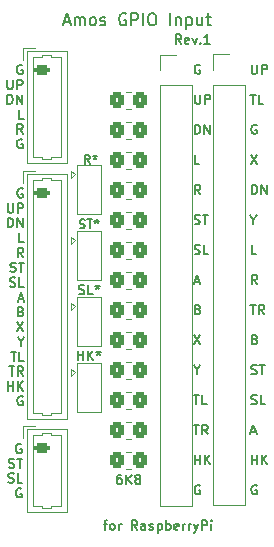
<source format=gbr>
%TF.GenerationSoftware,KiCad,Pcbnew,(6.0.10)*%
%TF.CreationDate,2023-02-08T01:16:55+09:00*%
%TF.ProjectId,rasp_gpio_input,72617370-5f67-4706-996f-5f696e707574,1*%
%TF.SameCoordinates,PX7baf2f0PY78dfd90*%
%TF.FileFunction,Legend,Top*%
%TF.FilePolarity,Positive*%
%FSLAX46Y46*%
G04 Gerber Fmt 4.6, Leading zero omitted, Abs format (unit mm)*
G04 Created by KiCad (PCBNEW (6.0.10)) date 2023-02-08 01:16:55*
%MOMM*%
%LPD*%
G01*
G04 APERTURE LIST*
G04 Aperture macros list*
%AMRoundRect*
0 Rectangle with rounded corners*
0 $1 Rounding radius*
0 $2 $3 $4 $5 $6 $7 $8 $9 X,Y pos of 4 corners*
0 Add a 4 corners polygon primitive as box body*
4,1,4,$2,$3,$4,$5,$6,$7,$8,$9,$2,$3,0*
0 Add four circle primitives for the rounded corners*
1,1,$1+$1,$2,$3*
1,1,$1+$1,$4,$5*
1,1,$1+$1,$6,$7*
1,1,$1+$1,$8,$9*
0 Add four rect primitives between the rounded corners*
20,1,$1+$1,$2,$3,$4,$5,0*
20,1,$1+$1,$4,$5,$6,$7,0*
20,1,$1+$1,$6,$7,$8,$9,0*
20,1,$1+$1,$8,$9,$2,$3,0*%
G04 Aperture macros list end*
%ADD10C,0.150000*%
%ADD11C,0.120000*%
%ADD12RoundRect,0.250000X-0.350000X-0.450000X0.350000X-0.450000X0.350000X0.450000X-0.350000X0.450000X0*%
%ADD13R,1.500000X1.000000*%
%ADD14R,1.700000X1.700000*%
%ADD15O,1.700000X1.700000*%
%ADD16RoundRect,0.200000X-0.450000X0.200000X-0.450000X-0.200000X0.450000X-0.200000X0.450000X0.200000X0*%
%ADD17O,1.300000X0.800000*%
G04 APERTURE END LIST*
D10*
X8700076Y2711429D02*
X9004838Y2711429D01*
X8814361Y2178096D02*
X8814361Y2863810D01*
X8852457Y2940000D01*
X8928647Y2978096D01*
X9004838Y2978096D01*
X9385790Y2178096D02*
X9309600Y2216191D01*
X9271504Y2254286D01*
X9233409Y2330477D01*
X9233409Y2559048D01*
X9271504Y2635239D01*
X9309600Y2673334D01*
X9385790Y2711429D01*
X9500076Y2711429D01*
X9576266Y2673334D01*
X9614361Y2635239D01*
X9652457Y2559048D01*
X9652457Y2330477D01*
X9614361Y2254286D01*
X9576266Y2216191D01*
X9500076Y2178096D01*
X9385790Y2178096D01*
X9995314Y2178096D02*
X9995314Y2711429D01*
X9995314Y2559048D02*
X10033409Y2635239D01*
X10071504Y2673334D01*
X10147695Y2711429D01*
X10223885Y2711429D01*
X11557219Y2178096D02*
X11290552Y2559048D01*
X11100076Y2178096D02*
X11100076Y2978096D01*
X11404838Y2978096D01*
X11481028Y2940000D01*
X11519123Y2901905D01*
X11557219Y2825715D01*
X11557219Y2711429D01*
X11519123Y2635239D01*
X11481028Y2597143D01*
X11404838Y2559048D01*
X11100076Y2559048D01*
X12242933Y2178096D02*
X12242933Y2597143D01*
X12204838Y2673334D01*
X12128647Y2711429D01*
X11976266Y2711429D01*
X11900076Y2673334D01*
X12242933Y2216191D02*
X12166742Y2178096D01*
X11976266Y2178096D01*
X11900076Y2216191D01*
X11861980Y2292381D01*
X11861980Y2368572D01*
X11900076Y2444762D01*
X11976266Y2482858D01*
X12166742Y2482858D01*
X12242933Y2520953D01*
X12585790Y2216191D02*
X12661980Y2178096D01*
X12814361Y2178096D01*
X12890552Y2216191D01*
X12928647Y2292381D01*
X12928647Y2330477D01*
X12890552Y2406667D01*
X12814361Y2444762D01*
X12700076Y2444762D01*
X12623885Y2482858D01*
X12585790Y2559048D01*
X12585790Y2597143D01*
X12623885Y2673334D01*
X12700076Y2711429D01*
X12814361Y2711429D01*
X12890552Y2673334D01*
X13271504Y2711429D02*
X13271504Y1911429D01*
X13271504Y2673334D02*
X13347695Y2711429D01*
X13500076Y2711429D01*
X13576266Y2673334D01*
X13614361Y2635239D01*
X13652457Y2559048D01*
X13652457Y2330477D01*
X13614361Y2254286D01*
X13576266Y2216191D01*
X13500076Y2178096D01*
X13347695Y2178096D01*
X13271504Y2216191D01*
X13995314Y2178096D02*
X13995314Y2978096D01*
X13995314Y2673334D02*
X14071504Y2711429D01*
X14223885Y2711429D01*
X14300076Y2673334D01*
X14338171Y2635239D01*
X14376266Y2559048D01*
X14376266Y2330477D01*
X14338171Y2254286D01*
X14300076Y2216191D01*
X14223885Y2178096D01*
X14071504Y2178096D01*
X13995314Y2216191D01*
X15023885Y2216191D02*
X14947695Y2178096D01*
X14795314Y2178096D01*
X14719123Y2216191D01*
X14681028Y2292381D01*
X14681028Y2597143D01*
X14719123Y2673334D01*
X14795314Y2711429D01*
X14947695Y2711429D01*
X15023885Y2673334D01*
X15061980Y2597143D01*
X15061980Y2520953D01*
X14681028Y2444762D01*
X15404838Y2178096D02*
X15404838Y2711429D01*
X15404838Y2559048D02*
X15442933Y2635239D01*
X15481028Y2673334D01*
X15557219Y2711429D01*
X15633409Y2711429D01*
X15900076Y2178096D02*
X15900076Y2711429D01*
X15900076Y2559048D02*
X15938171Y2635239D01*
X15976266Y2673334D01*
X16052457Y2711429D01*
X16128647Y2711429D01*
X16319123Y2711429D02*
X16509600Y2178096D01*
X16700076Y2711429D02*
X16509600Y2178096D01*
X16433409Y1987620D01*
X16395314Y1949524D01*
X16319123Y1911429D01*
X17004838Y2178096D02*
X17004838Y2978096D01*
X17309600Y2978096D01*
X17385790Y2940000D01*
X17423885Y2901905D01*
X17461980Y2825715D01*
X17461980Y2711429D01*
X17423885Y2635239D01*
X17385790Y2597143D01*
X17309600Y2559048D01*
X17004838Y2559048D01*
X17804838Y2178096D02*
X17804838Y2711429D01*
X17804838Y2978096D02*
X17766742Y2940000D01*
X17804838Y2901905D01*
X17842933Y2940000D01*
X17804838Y2978096D01*
X17804838Y2901905D01*
X15259171Y43326096D02*
X14992504Y43707048D01*
X14802028Y43326096D02*
X14802028Y44126096D01*
X15106790Y44126096D01*
X15182980Y44088000D01*
X15221076Y44049905D01*
X15259171Y43973715D01*
X15259171Y43859429D01*
X15221076Y43783239D01*
X15182980Y43745143D01*
X15106790Y43707048D01*
X14802028Y43707048D01*
X15906790Y43364191D02*
X15830600Y43326096D01*
X15678219Y43326096D01*
X15602028Y43364191D01*
X15563933Y43440381D01*
X15563933Y43745143D01*
X15602028Y43821334D01*
X15678219Y43859429D01*
X15830600Y43859429D01*
X15906790Y43821334D01*
X15944885Y43745143D01*
X15944885Y43668953D01*
X15563933Y43592762D01*
X16211552Y43859429D02*
X16402028Y43326096D01*
X16592504Y43859429D01*
X16897266Y43402286D02*
X16935361Y43364191D01*
X16897266Y43326096D01*
X16859171Y43364191D01*
X16897266Y43402286D01*
X16897266Y43326096D01*
X17697266Y43326096D02*
X17240123Y43326096D01*
X17468695Y43326096D02*
X17468695Y44126096D01*
X17392504Y44011810D01*
X17316314Y43935620D01*
X17240123Y43897524D01*
X5339533Y45197734D02*
X5815723Y45197734D01*
X5244295Y44912020D02*
X5577628Y45912020D01*
X5910961Y44912020D01*
X6244295Y44912020D02*
X6244295Y45578686D01*
X6244295Y45483448D02*
X6291914Y45531067D01*
X6387152Y45578686D01*
X6530009Y45578686D01*
X6625247Y45531067D01*
X6672866Y45435829D01*
X6672866Y44912020D01*
X6672866Y45435829D02*
X6720485Y45531067D01*
X6815723Y45578686D01*
X6958580Y45578686D01*
X7053819Y45531067D01*
X7101438Y45435829D01*
X7101438Y44912020D01*
X7720485Y44912020D02*
X7625247Y44959639D01*
X7577628Y45007258D01*
X7530009Y45102496D01*
X7530009Y45388210D01*
X7577628Y45483448D01*
X7625247Y45531067D01*
X7720485Y45578686D01*
X7863342Y45578686D01*
X7958580Y45531067D01*
X8006200Y45483448D01*
X8053819Y45388210D01*
X8053819Y45102496D01*
X8006200Y45007258D01*
X7958580Y44959639D01*
X7863342Y44912020D01*
X7720485Y44912020D01*
X8434771Y44959639D02*
X8530009Y44912020D01*
X8720485Y44912020D01*
X8815723Y44959639D01*
X8863342Y45054877D01*
X8863342Y45102496D01*
X8815723Y45197734D01*
X8720485Y45245353D01*
X8577628Y45245353D01*
X8482390Y45292972D01*
X8434771Y45388210D01*
X8434771Y45435829D01*
X8482390Y45531067D01*
X8577628Y45578686D01*
X8720485Y45578686D01*
X8815723Y45531067D01*
X10577628Y45864400D02*
X10482390Y45912020D01*
X10339533Y45912020D01*
X10196676Y45864400D01*
X10101438Y45769162D01*
X10053819Y45673924D01*
X10006200Y45483448D01*
X10006200Y45340591D01*
X10053819Y45150115D01*
X10101438Y45054877D01*
X10196676Y44959639D01*
X10339533Y44912020D01*
X10434771Y44912020D01*
X10577628Y44959639D01*
X10625247Y45007258D01*
X10625247Y45340591D01*
X10434771Y45340591D01*
X11053819Y44912020D02*
X11053819Y45912020D01*
X11434771Y45912020D01*
X11530009Y45864400D01*
X11577628Y45816781D01*
X11625247Y45721543D01*
X11625247Y45578686D01*
X11577628Y45483448D01*
X11530009Y45435829D01*
X11434771Y45388210D01*
X11053819Y45388210D01*
X12053819Y44912020D02*
X12053819Y45912020D01*
X12720485Y45912020D02*
X12910961Y45912020D01*
X13006200Y45864400D01*
X13101438Y45769162D01*
X13149057Y45578686D01*
X13149057Y45245353D01*
X13101438Y45054877D01*
X13006200Y44959639D01*
X12910961Y44912020D01*
X12720485Y44912020D01*
X12625247Y44959639D01*
X12530009Y45054877D01*
X12482390Y45245353D01*
X12482390Y45578686D01*
X12530009Y45769162D01*
X12625247Y45864400D01*
X12720485Y45912020D01*
X14339533Y44912020D02*
X14339533Y45912020D01*
X14815723Y45578686D02*
X14815723Y44912020D01*
X14815723Y45483448D02*
X14863342Y45531067D01*
X14958580Y45578686D01*
X15101438Y45578686D01*
X15196676Y45531067D01*
X15244295Y45435829D01*
X15244295Y44912020D01*
X15720485Y45578686D02*
X15720485Y44578686D01*
X15720485Y45531067D02*
X15815723Y45578686D01*
X16006200Y45578686D01*
X16101438Y45531067D01*
X16149057Y45483448D01*
X16196676Y45388210D01*
X16196676Y45102496D01*
X16149057Y45007258D01*
X16101438Y44959639D01*
X16006200Y44912020D01*
X15815723Y44912020D01*
X15720485Y44959639D01*
X17053819Y45578686D02*
X17053819Y44912020D01*
X16625247Y45578686D02*
X16625247Y45054877D01*
X16672866Y44959639D01*
X16768104Y44912020D01*
X16910961Y44912020D01*
X17006200Y44959639D01*
X17053819Y45007258D01*
X17387152Y45578686D02*
X17768104Y45578686D01*
X17530009Y45912020D02*
X17530009Y45054877D01*
X17577628Y44959639D01*
X17672866Y44912020D01*
X17768104Y44912020D01*
X1820223Y41502500D02*
X1744033Y41539643D01*
X1629747Y41539643D01*
X1515461Y41502500D01*
X1439271Y41428215D01*
X1401176Y41353929D01*
X1363080Y41205358D01*
X1363080Y41093929D01*
X1401176Y40945358D01*
X1439271Y40871072D01*
X1515461Y40796786D01*
X1629747Y40759643D01*
X1705938Y40759643D01*
X1820223Y40796786D01*
X1858319Y40833929D01*
X1858319Y41093929D01*
X1705938Y41093929D01*
X563080Y40283843D02*
X563080Y39652415D01*
X601176Y39578129D01*
X639271Y39540986D01*
X715461Y39503843D01*
X867842Y39503843D01*
X944033Y39540986D01*
X982128Y39578129D01*
X1020223Y39652415D01*
X1020223Y40283843D01*
X1401176Y39503843D02*
X1401176Y40283843D01*
X1705938Y40283843D01*
X1782128Y40246700D01*
X1820223Y40209558D01*
X1858319Y40135272D01*
X1858319Y40023843D01*
X1820223Y39949558D01*
X1782128Y39912415D01*
X1705938Y39875272D01*
X1401176Y39875272D01*
X563080Y38248043D02*
X563080Y39028043D01*
X753557Y39028043D01*
X867842Y38990900D01*
X944033Y38916615D01*
X982128Y38842329D01*
X1020223Y38693758D01*
X1020223Y38582329D01*
X982128Y38433758D01*
X944033Y38359472D01*
X867842Y38285186D01*
X753557Y38248043D01*
X563080Y38248043D01*
X1363080Y38248043D02*
X1363080Y39028043D01*
X1820223Y38248043D01*
X1820223Y39028043D01*
X1934509Y36992243D02*
X1553557Y36992243D01*
X1553557Y37772243D01*
X1858319Y35736443D02*
X1591652Y36107872D01*
X1401176Y35736443D02*
X1401176Y36516443D01*
X1705938Y36516443D01*
X1782128Y36479300D01*
X1820223Y36442158D01*
X1858319Y36367872D01*
X1858319Y36256443D01*
X1820223Y36182158D01*
X1782128Y36145015D01*
X1705938Y36107872D01*
X1401176Y36107872D01*
X1820223Y35223500D02*
X1744033Y35260643D01*
X1629747Y35260643D01*
X1515461Y35223500D01*
X1439271Y35149215D01*
X1401176Y35074929D01*
X1363080Y34926358D01*
X1363080Y34814929D01*
X1401176Y34666358D01*
X1439271Y34592072D01*
X1515461Y34517786D01*
X1629747Y34480643D01*
X1705938Y34480643D01*
X1820223Y34517786D01*
X1858319Y34554929D01*
X1858319Y34814929D01*
X1705938Y34814929D01*
X1718623Y9436500D02*
X1642433Y9473643D01*
X1528147Y9473643D01*
X1413861Y9436500D01*
X1337671Y9362215D01*
X1299576Y9287929D01*
X1261480Y9139358D01*
X1261480Y9027929D01*
X1299576Y8879358D01*
X1337671Y8805072D01*
X1413861Y8730786D01*
X1528147Y8693643D01*
X1604338Y8693643D01*
X1718623Y8730786D01*
X1756719Y8767929D01*
X1756719Y9027929D01*
X1604338Y9027929D01*
X690052Y7474986D02*
X804338Y7437843D01*
X994814Y7437843D01*
X1071004Y7474986D01*
X1109100Y7512129D01*
X1147195Y7586415D01*
X1147195Y7660700D01*
X1109100Y7734986D01*
X1071004Y7772129D01*
X994814Y7809272D01*
X842433Y7846415D01*
X766242Y7883558D01*
X728147Y7920700D01*
X690052Y7994986D01*
X690052Y8069272D01*
X728147Y8143558D01*
X766242Y8180700D01*
X842433Y8217843D01*
X1032909Y8217843D01*
X1147195Y8180700D01*
X1375766Y8217843D02*
X1832909Y8217843D01*
X1604338Y7437843D02*
X1604338Y8217843D01*
X651957Y6219186D02*
X766242Y6182043D01*
X956719Y6182043D01*
X1032909Y6219186D01*
X1071004Y6256329D01*
X1109100Y6330615D01*
X1109100Y6404900D01*
X1071004Y6479186D01*
X1032909Y6516329D01*
X956719Y6553472D01*
X804338Y6590615D01*
X728147Y6627758D01*
X690052Y6664900D01*
X651957Y6739186D01*
X651957Y6813472D01*
X690052Y6887758D01*
X728147Y6924900D01*
X804338Y6962043D01*
X994814Y6962043D01*
X1109100Y6924900D01*
X1832909Y6182043D02*
X1451957Y6182043D01*
X1451957Y6962043D01*
X1718623Y5669100D02*
X1642433Y5706243D01*
X1528147Y5706243D01*
X1413861Y5669100D01*
X1337671Y5594815D01*
X1299576Y5520529D01*
X1261480Y5371958D01*
X1261480Y5260529D01*
X1299576Y5111958D01*
X1337671Y5037672D01*
X1413861Y4963386D01*
X1528147Y4926243D01*
X1604338Y4926243D01*
X1718623Y4963386D01*
X1756719Y5000529D01*
X1756719Y5260529D01*
X1604338Y5260529D01*
X1845623Y31050000D02*
X1769433Y31087143D01*
X1655147Y31087143D01*
X1540861Y31050000D01*
X1464671Y30975715D01*
X1426576Y30901429D01*
X1388480Y30752858D01*
X1388480Y30641429D01*
X1426576Y30492858D01*
X1464671Y30418572D01*
X1540861Y30344286D01*
X1655147Y30307143D01*
X1731338Y30307143D01*
X1845623Y30344286D01*
X1883719Y30381429D01*
X1883719Y30641429D01*
X1731338Y30641429D01*
X588480Y29831343D02*
X588480Y29199915D01*
X626576Y29125629D01*
X664671Y29088486D01*
X740861Y29051343D01*
X893242Y29051343D01*
X969433Y29088486D01*
X1007528Y29125629D01*
X1045623Y29199915D01*
X1045623Y29831343D01*
X1426576Y29051343D02*
X1426576Y29831343D01*
X1731338Y29831343D01*
X1807528Y29794200D01*
X1845623Y29757058D01*
X1883719Y29682772D01*
X1883719Y29571343D01*
X1845623Y29497058D01*
X1807528Y29459915D01*
X1731338Y29422772D01*
X1426576Y29422772D01*
X588480Y27795543D02*
X588480Y28575543D01*
X778957Y28575543D01*
X893242Y28538400D01*
X969433Y28464115D01*
X1007528Y28389829D01*
X1045623Y28241258D01*
X1045623Y28129829D01*
X1007528Y27981258D01*
X969433Y27906972D01*
X893242Y27832686D01*
X778957Y27795543D01*
X588480Y27795543D01*
X1388480Y27795543D02*
X1388480Y28575543D01*
X1845623Y27795543D01*
X1845623Y28575543D01*
X1959909Y26539743D02*
X1578957Y26539743D01*
X1578957Y27319743D01*
X1883719Y25283943D02*
X1617052Y25655372D01*
X1426576Y25283943D02*
X1426576Y26063943D01*
X1731338Y26063943D01*
X1807528Y26026800D01*
X1845623Y25989658D01*
X1883719Y25915372D01*
X1883719Y25803943D01*
X1845623Y25729658D01*
X1807528Y25692515D01*
X1731338Y25655372D01*
X1426576Y25655372D01*
X817052Y24065286D02*
X931338Y24028143D01*
X1121814Y24028143D01*
X1198004Y24065286D01*
X1236100Y24102429D01*
X1274195Y24176715D01*
X1274195Y24251000D01*
X1236100Y24325286D01*
X1198004Y24362429D01*
X1121814Y24399572D01*
X969433Y24436715D01*
X893242Y24473858D01*
X855147Y24511000D01*
X817052Y24585286D01*
X817052Y24659572D01*
X855147Y24733858D01*
X893242Y24771000D01*
X969433Y24808143D01*
X1159909Y24808143D01*
X1274195Y24771000D01*
X1502766Y24808143D02*
X1959909Y24808143D01*
X1731338Y24028143D02*
X1731338Y24808143D01*
X778957Y22809486D02*
X893242Y22772343D01*
X1083719Y22772343D01*
X1159909Y22809486D01*
X1198004Y22846629D01*
X1236100Y22920915D01*
X1236100Y22995200D01*
X1198004Y23069486D01*
X1159909Y23106629D01*
X1083719Y23143772D01*
X931338Y23180915D01*
X855147Y23218058D01*
X817052Y23255200D01*
X778957Y23329486D01*
X778957Y23403772D01*
X817052Y23478058D01*
X855147Y23515200D01*
X931338Y23552343D01*
X1121814Y23552343D01*
X1236100Y23515200D01*
X1959909Y22772343D02*
X1578957Y22772343D01*
X1578957Y23552343D01*
X1502766Y21739400D02*
X1883719Y21739400D01*
X1426576Y21516543D02*
X1693242Y22296543D01*
X1959909Y21516543D01*
X1693242Y20669315D02*
X1807528Y20632172D01*
X1845623Y20595029D01*
X1883719Y20520743D01*
X1883719Y20409315D01*
X1845623Y20335029D01*
X1807528Y20297886D01*
X1731338Y20260743D01*
X1426576Y20260743D01*
X1426576Y21040743D01*
X1693242Y21040743D01*
X1769433Y21003600D01*
X1807528Y20966458D01*
X1845623Y20892172D01*
X1845623Y20817886D01*
X1807528Y20743600D01*
X1769433Y20706458D01*
X1693242Y20669315D01*
X1426576Y20669315D01*
X1388480Y19784943D02*
X1921814Y19004943D01*
X1921814Y19784943D02*
X1388480Y19004943D01*
X1693242Y18120572D02*
X1693242Y17749143D01*
X1426576Y18529143D02*
X1693242Y18120572D01*
X1959909Y18529143D01*
X855147Y17273343D02*
X1312290Y17273343D01*
X1083719Y16493343D02*
X1083719Y17273343D01*
X1959909Y16493343D02*
X1578957Y16493343D01*
X1578957Y17273343D01*
X702766Y16017543D02*
X1159909Y16017543D01*
X931338Y15237543D02*
X931338Y16017543D01*
X1883719Y15237543D02*
X1617052Y15608972D01*
X1426576Y15237543D02*
X1426576Y16017543D01*
X1731338Y16017543D01*
X1807528Y15980400D01*
X1845623Y15943258D01*
X1883719Y15868972D01*
X1883719Y15757543D01*
X1845623Y15683258D01*
X1807528Y15646115D01*
X1731338Y15608972D01*
X1426576Y15608972D01*
X588480Y13981743D02*
X588480Y14761743D01*
X588480Y14390315D02*
X1045623Y14390315D01*
X1045623Y13981743D02*
X1045623Y14761743D01*
X1426576Y13981743D02*
X1426576Y14761743D01*
X1883719Y13981743D02*
X1540861Y14427458D01*
X1883719Y14761743D02*
X1426576Y14316029D01*
X1845623Y13468800D02*
X1769433Y13505943D01*
X1655147Y13505943D01*
X1540861Y13468800D01*
X1464671Y13394515D01*
X1426576Y13320229D01*
X1388480Y13171658D01*
X1388480Y13060229D01*
X1426576Y12911658D01*
X1464671Y12837372D01*
X1540861Y12763086D01*
X1655147Y12725943D01*
X1731338Y12725943D01*
X1845623Y12763086D01*
X1883719Y12800229D01*
X1883719Y13060229D01*
X1731338Y13060229D01*
X6534266Y16529096D02*
X6534266Y17329096D01*
X6534266Y16948143D02*
X6991409Y16948143D01*
X6991409Y16529096D02*
X6991409Y17329096D01*
X7372361Y16529096D02*
X7372361Y17329096D01*
X7829504Y16529096D02*
X7486647Y16986239D01*
X7829504Y17329096D02*
X7372361Y16871953D01*
X8286647Y17329096D02*
X8286647Y17138620D01*
X8096171Y17214810D02*
X8286647Y17138620D01*
X8477123Y17214810D01*
X8172361Y16986239D02*
X8286647Y17138620D01*
X8400933Y16986239D01*
X6610457Y22155191D02*
X6724742Y22117096D01*
X6915219Y22117096D01*
X6991409Y22155191D01*
X7029504Y22193286D01*
X7067600Y22269477D01*
X7067600Y22345667D01*
X7029504Y22421858D01*
X6991409Y22459953D01*
X6915219Y22498048D01*
X6762838Y22536143D01*
X6686647Y22574239D01*
X6648552Y22612334D01*
X6610457Y22688524D01*
X6610457Y22764715D01*
X6648552Y22840905D01*
X6686647Y22879000D01*
X6762838Y22917096D01*
X6953314Y22917096D01*
X7067600Y22879000D01*
X7791409Y22117096D02*
X7410457Y22117096D01*
X7410457Y22917096D01*
X8172361Y22917096D02*
X8172361Y22726620D01*
X7981885Y22802810D02*
X8172361Y22726620D01*
X8362838Y22802810D01*
X8058076Y22574239D02*
X8172361Y22726620D01*
X8286647Y22574239D01*
X6681885Y27763429D02*
X6789028Y27727715D01*
X6967600Y27727715D01*
X7039028Y27763429D01*
X7074742Y27799143D01*
X7110457Y27870572D01*
X7110457Y27942000D01*
X7074742Y28013429D01*
X7039028Y28049143D01*
X6967600Y28084858D01*
X6824742Y28120572D01*
X6753314Y28156286D01*
X6717600Y28192000D01*
X6681885Y28263429D01*
X6681885Y28334858D01*
X6717600Y28406286D01*
X6753314Y28442000D01*
X6824742Y28477715D01*
X7003314Y28477715D01*
X7110457Y28442000D01*
X7324742Y28477715D02*
X7753314Y28477715D01*
X7539028Y27727715D02*
X7539028Y28477715D01*
X8110457Y28477715D02*
X8110457Y28299143D01*
X7931885Y28370572D02*
X8110457Y28299143D01*
X8289028Y28370572D01*
X8003314Y28156286D02*
X8110457Y28299143D01*
X8217600Y28156286D01*
X7541028Y33188715D02*
X7291028Y33545858D01*
X7112457Y33188715D02*
X7112457Y33938715D01*
X7398171Y33938715D01*
X7469600Y33903000D01*
X7505314Y33867286D01*
X7541028Y33795858D01*
X7541028Y33688715D01*
X7505314Y33617286D01*
X7469600Y33581572D01*
X7398171Y33545858D01*
X7112457Y33545858D01*
X7969600Y33938715D02*
X7969600Y33760143D01*
X7791028Y33831572D02*
X7969600Y33760143D01*
X8148171Y33831572D01*
X7862457Y33617286D02*
X7969600Y33760143D01*
X8076742Y33617286D01*
X21242976Y41581820D02*
X21242976Y40942296D01*
X21281071Y40867058D01*
X21319166Y40829439D01*
X21395357Y40791820D01*
X21547738Y40791820D01*
X21623928Y40829439D01*
X21662023Y40867058D01*
X21700119Y40942296D01*
X21700119Y41581820D01*
X22081071Y40791820D02*
X22081071Y41581820D01*
X22385833Y41581820D01*
X22462023Y41544200D01*
X22500119Y41506581D01*
X22538214Y41431343D01*
X22538214Y41318486D01*
X22500119Y41243248D01*
X22462023Y41205629D01*
X22385833Y41168010D01*
X22081071Y41168010D01*
X21128690Y39038020D02*
X21585833Y39038020D01*
X21357261Y38248020D02*
X21357261Y39038020D01*
X22233452Y38248020D02*
X21852500Y38248020D01*
X21852500Y39038020D01*
X21662023Y36456600D02*
X21585833Y36494220D01*
X21471547Y36494220D01*
X21357261Y36456600D01*
X21281071Y36381362D01*
X21242976Y36306124D01*
X21204880Y36155648D01*
X21204880Y36042791D01*
X21242976Y35892315D01*
X21281071Y35817077D01*
X21357261Y35741839D01*
X21471547Y35704220D01*
X21547738Y35704220D01*
X21662023Y35741839D01*
X21700119Y35779458D01*
X21700119Y36042791D01*
X21547738Y36042791D01*
X21166785Y33950420D02*
X21700119Y33160420D01*
X21700119Y33950420D02*
X21166785Y33160420D01*
X21242976Y30616620D02*
X21242976Y31406620D01*
X21433452Y31406620D01*
X21547738Y31369000D01*
X21623928Y31293762D01*
X21662023Y31218524D01*
X21700119Y31068048D01*
X21700119Y30955191D01*
X21662023Y30804715D01*
X21623928Y30729477D01*
X21547738Y30654239D01*
X21433452Y30616620D01*
X21242976Y30616620D01*
X22042976Y30616620D02*
X22042976Y31406620D01*
X22500119Y30616620D01*
X22500119Y31406620D01*
X21395357Y28449010D02*
X21395357Y28072820D01*
X21128690Y28862820D02*
X21395357Y28449010D01*
X21662023Y28862820D01*
X21623928Y25529020D02*
X21242976Y25529020D01*
X21242976Y26319020D01*
X21700119Y22985220D02*
X21433452Y23361410D01*
X21242976Y22985220D02*
X21242976Y23775220D01*
X21547738Y23775220D01*
X21623928Y23737600D01*
X21662023Y23699981D01*
X21700119Y23624743D01*
X21700119Y23511886D01*
X21662023Y23436648D01*
X21623928Y23399029D01*
X21547738Y23361410D01*
X21242976Y23361410D01*
X21128690Y21231420D02*
X21585833Y21231420D01*
X21357261Y20441420D02*
X21357261Y21231420D01*
X22309642Y20441420D02*
X22042976Y20817610D01*
X21852500Y20441420D02*
X21852500Y21231420D01*
X22157261Y21231420D01*
X22233452Y21193800D01*
X22271547Y21156181D01*
X22309642Y21080943D01*
X22309642Y20968086D01*
X22271547Y20892848D01*
X22233452Y20855229D01*
X22157261Y20817610D01*
X21852500Y20817610D01*
X21509642Y18311429D02*
X21623928Y18273810D01*
X21662023Y18236191D01*
X21700119Y18160953D01*
X21700119Y18048096D01*
X21662023Y17972858D01*
X21623928Y17935239D01*
X21547738Y17897620D01*
X21242976Y17897620D01*
X21242976Y18687620D01*
X21509642Y18687620D01*
X21585833Y18650000D01*
X21623928Y18612381D01*
X21662023Y18537143D01*
X21662023Y18461905D01*
X21623928Y18386667D01*
X21585833Y18349048D01*
X21509642Y18311429D01*
X21242976Y18311429D01*
X21204880Y15391439D02*
X21319166Y15353820D01*
X21509642Y15353820D01*
X21585833Y15391439D01*
X21623928Y15429058D01*
X21662023Y15504296D01*
X21662023Y15579534D01*
X21623928Y15654772D01*
X21585833Y15692391D01*
X21509642Y15730010D01*
X21357261Y15767629D01*
X21281071Y15805248D01*
X21242976Y15842867D01*
X21204880Y15918105D01*
X21204880Y15993343D01*
X21242976Y16068581D01*
X21281071Y16106200D01*
X21357261Y16143820D01*
X21547738Y16143820D01*
X21662023Y16106200D01*
X21890595Y16143820D02*
X22347738Y16143820D01*
X22119166Y15353820D02*
X22119166Y16143820D01*
X21204880Y12847639D02*
X21319166Y12810020D01*
X21509642Y12810020D01*
X21585833Y12847639D01*
X21623928Y12885258D01*
X21662023Y12960496D01*
X21662023Y13035734D01*
X21623928Y13110972D01*
X21585833Y13148591D01*
X21509642Y13186210D01*
X21357261Y13223829D01*
X21281071Y13261448D01*
X21242976Y13299067D01*
X21204880Y13374305D01*
X21204880Y13449543D01*
X21242976Y13524781D01*
X21281071Y13562400D01*
X21357261Y13600020D01*
X21547738Y13600020D01*
X21662023Y13562400D01*
X22385833Y12810020D02*
X22004880Y12810020D01*
X22004880Y13600020D01*
X21204880Y10491934D02*
X21585833Y10491934D01*
X21128690Y10266220D02*
X21395357Y11056220D01*
X21662023Y10266220D01*
X21242976Y7722420D02*
X21242976Y8512420D01*
X21242976Y8136229D02*
X21700119Y8136229D01*
X21700119Y7722420D02*
X21700119Y8512420D01*
X22081071Y7722420D02*
X22081071Y8512420D01*
X22538214Y7722420D02*
X22195357Y8173848D01*
X22538214Y8512420D02*
X22081071Y8060991D01*
X21662023Y5931000D02*
X21585833Y5968620D01*
X21471547Y5968620D01*
X21357261Y5931000D01*
X21281071Y5855762D01*
X21242976Y5780524D01*
X21204880Y5630048D01*
X21204880Y5517191D01*
X21242976Y5366715D01*
X21281071Y5291477D01*
X21357261Y5216239D01*
X21471547Y5178620D01*
X21547738Y5178620D01*
X21662023Y5216239D01*
X21700119Y5253858D01*
X21700119Y5517191D01*
X21547738Y5517191D01*
X16861423Y41544200D02*
X16785233Y41581820D01*
X16670947Y41581820D01*
X16556661Y41544200D01*
X16480471Y41468962D01*
X16442376Y41393724D01*
X16404280Y41243248D01*
X16404280Y41130391D01*
X16442376Y40979915D01*
X16480471Y40904677D01*
X16556661Y40829439D01*
X16670947Y40791820D01*
X16747138Y40791820D01*
X16861423Y40829439D01*
X16899519Y40867058D01*
X16899519Y41130391D01*
X16747138Y41130391D01*
X16442376Y39038020D02*
X16442376Y38398496D01*
X16480471Y38323258D01*
X16518566Y38285639D01*
X16594757Y38248020D01*
X16747138Y38248020D01*
X16823328Y38285639D01*
X16861423Y38323258D01*
X16899519Y38398496D01*
X16899519Y39038020D01*
X17280471Y38248020D02*
X17280471Y39038020D01*
X17585233Y39038020D01*
X17661423Y39000400D01*
X17699519Y38962781D01*
X17737614Y38887543D01*
X17737614Y38774686D01*
X17699519Y38699448D01*
X17661423Y38661829D01*
X17585233Y38624210D01*
X17280471Y38624210D01*
X16442376Y35704220D02*
X16442376Y36494220D01*
X16632852Y36494220D01*
X16747138Y36456600D01*
X16823328Y36381362D01*
X16861423Y36306124D01*
X16899519Y36155648D01*
X16899519Y36042791D01*
X16861423Y35892315D01*
X16823328Y35817077D01*
X16747138Y35741839D01*
X16632852Y35704220D01*
X16442376Y35704220D01*
X17242376Y35704220D02*
X17242376Y36494220D01*
X17699519Y35704220D01*
X17699519Y36494220D01*
X16823328Y33160420D02*
X16442376Y33160420D01*
X16442376Y33950420D01*
X16899519Y30616620D02*
X16632852Y30992810D01*
X16442376Y30616620D02*
X16442376Y31406620D01*
X16747138Y31406620D01*
X16823328Y31369000D01*
X16861423Y31331381D01*
X16899519Y31256143D01*
X16899519Y31143286D01*
X16861423Y31068048D01*
X16823328Y31030429D01*
X16747138Y30992810D01*
X16442376Y30992810D01*
X16404280Y28110439D02*
X16518566Y28072820D01*
X16709042Y28072820D01*
X16785233Y28110439D01*
X16823328Y28148058D01*
X16861423Y28223296D01*
X16861423Y28298534D01*
X16823328Y28373772D01*
X16785233Y28411391D01*
X16709042Y28449010D01*
X16556661Y28486629D01*
X16480471Y28524248D01*
X16442376Y28561867D01*
X16404280Y28637105D01*
X16404280Y28712343D01*
X16442376Y28787581D01*
X16480471Y28825200D01*
X16556661Y28862820D01*
X16747138Y28862820D01*
X16861423Y28825200D01*
X17089995Y28862820D02*
X17547138Y28862820D01*
X17318566Y28072820D02*
X17318566Y28862820D01*
X16404280Y25566639D02*
X16518566Y25529020D01*
X16709042Y25529020D01*
X16785233Y25566639D01*
X16823328Y25604258D01*
X16861423Y25679496D01*
X16861423Y25754734D01*
X16823328Y25829972D01*
X16785233Y25867591D01*
X16709042Y25905210D01*
X16556661Y25942829D01*
X16480471Y25980448D01*
X16442376Y26018067D01*
X16404280Y26093305D01*
X16404280Y26168543D01*
X16442376Y26243781D01*
X16480471Y26281400D01*
X16556661Y26319020D01*
X16747138Y26319020D01*
X16861423Y26281400D01*
X17585233Y25529020D02*
X17204280Y25529020D01*
X17204280Y26319020D01*
X16404280Y23210934D02*
X16785233Y23210934D01*
X16328090Y22985220D02*
X16594757Y23775220D01*
X16861423Y22985220D01*
X16709042Y20855229D02*
X16823328Y20817610D01*
X16861423Y20779991D01*
X16899519Y20704753D01*
X16899519Y20591896D01*
X16861423Y20516658D01*
X16823328Y20479039D01*
X16747138Y20441420D01*
X16442376Y20441420D01*
X16442376Y21231420D01*
X16709042Y21231420D01*
X16785233Y21193800D01*
X16823328Y21156181D01*
X16861423Y21080943D01*
X16861423Y21005705D01*
X16823328Y20930467D01*
X16785233Y20892848D01*
X16709042Y20855229D01*
X16442376Y20855229D01*
X16366185Y18687620D02*
X16899519Y17897620D01*
X16899519Y18687620D02*
X16366185Y17897620D01*
X16594757Y15730010D02*
X16594757Y15353820D01*
X16328090Y16143820D02*
X16594757Y15730010D01*
X16861423Y16143820D01*
X16328090Y13600020D02*
X16785233Y13600020D01*
X16556661Y12810020D02*
X16556661Y13600020D01*
X17432852Y12810020D02*
X17051900Y12810020D01*
X17051900Y13600020D01*
X16328090Y11056220D02*
X16785233Y11056220D01*
X16556661Y10266220D02*
X16556661Y11056220D01*
X17509042Y10266220D02*
X17242376Y10642410D01*
X17051900Y10266220D02*
X17051900Y11056220D01*
X17356661Y11056220D01*
X17432852Y11018600D01*
X17470947Y10980981D01*
X17509042Y10905743D01*
X17509042Y10792886D01*
X17470947Y10717648D01*
X17432852Y10680029D01*
X17356661Y10642410D01*
X17051900Y10642410D01*
X16442376Y7722420D02*
X16442376Y8512420D01*
X16442376Y8136229D02*
X16899519Y8136229D01*
X16899519Y7722420D02*
X16899519Y8512420D01*
X17280471Y7722420D02*
X17280471Y8512420D01*
X17737614Y7722420D02*
X17394757Y8173848D01*
X17737614Y8512420D02*
X17280471Y8060991D01*
X16861423Y5931000D02*
X16785233Y5968620D01*
X16670947Y5968620D01*
X16556661Y5931000D01*
X16480471Y5855762D01*
X16442376Y5780524D01*
X16404280Y5630048D01*
X16404280Y5517191D01*
X16442376Y5366715D01*
X16480471Y5291477D01*
X16556661Y5216239D01*
X16670947Y5178620D01*
X16747138Y5178620D01*
X16861423Y5216239D01*
X16899519Y5253858D01*
X16899519Y5517191D01*
X16747138Y5517191D01*
%TO.C,R13*%
X10191828Y6865296D02*
X10039447Y6865296D01*
X9963257Y6827200D01*
X9925161Y6789105D01*
X9848971Y6674820D01*
X9810876Y6522439D01*
X9810876Y6217677D01*
X9848971Y6141486D01*
X9887066Y6103391D01*
X9963257Y6065296D01*
X10115638Y6065296D01*
X10191828Y6103391D01*
X10229923Y6141486D01*
X10268019Y6217677D01*
X10268019Y6408153D01*
X10229923Y6484343D01*
X10191828Y6522439D01*
X10115638Y6560534D01*
X9963257Y6560534D01*
X9887066Y6522439D01*
X9848971Y6484343D01*
X9810876Y6408153D01*
X10610876Y6065296D02*
X10610876Y6865296D01*
X11068019Y6065296D02*
X10725161Y6522439D01*
X11068019Y6865296D02*
X10610876Y6408153D01*
X11525161Y6522439D02*
X11448971Y6560534D01*
X11410876Y6598629D01*
X11372780Y6674820D01*
X11372780Y6712915D01*
X11410876Y6789105D01*
X11448971Y6827200D01*
X11525161Y6865296D01*
X11677542Y6865296D01*
X11753733Y6827200D01*
X11791828Y6789105D01*
X11829923Y6712915D01*
X11829923Y6674820D01*
X11791828Y6598629D01*
X11753733Y6560534D01*
X11677542Y6522439D01*
X11525161Y6522439D01*
X11448971Y6484343D01*
X11410876Y6446248D01*
X11372780Y6370058D01*
X11372780Y6217677D01*
X11410876Y6141486D01*
X11448971Y6103391D01*
X11525161Y6065296D01*
X11677542Y6065296D01*
X11753733Y6103391D01*
X11791828Y6141486D01*
X11829923Y6217677D01*
X11829923Y6370058D01*
X11791828Y6446248D01*
X11753733Y6484343D01*
X11677542Y6522439D01*
D11*
%TO.C,R10*%
X10593336Y16432200D02*
X11047464Y16432200D01*
X10593336Y14962200D02*
X11047464Y14962200D01*
%TO.C,R12*%
X10593336Y11352200D02*
X11047464Y11352200D01*
X10593336Y9882200D02*
X11047464Y9882200D01*
%TO.C,JP2*%
X6467600Y23350000D02*
X6467600Y27450000D01*
X6267600Y26700000D02*
X5967600Y26400000D01*
X5967600Y27000000D02*
X5967600Y26400000D01*
X6467600Y27450000D02*
X8467600Y27450000D01*
X8467600Y23350000D02*
X6467600Y23350000D01*
X8467600Y27450000D02*
X8467600Y23350000D01*
X6267600Y26700000D02*
X5967600Y27000000D01*
%TO.C,J5*%
X17999400Y39878000D02*
X17999400Y4258000D01*
X17999400Y4258000D02*
X20659400Y4258000D01*
X17999400Y42478000D02*
X19329400Y42478000D01*
X20659400Y39878000D02*
X20659400Y4258000D01*
X17999400Y41148000D02*
X17999400Y42478000D01*
X17999400Y39878000D02*
X20659400Y39878000D01*
%TO.C,R13*%
X10593336Y7342200D02*
X11047464Y7342200D01*
X10593336Y8812200D02*
X11047464Y8812200D01*
%TO.C,R11*%
X10593336Y12422200D02*
X11047464Y12422200D01*
X10593336Y13892200D02*
X11047464Y13892200D01*
%TO.C,R4*%
X10593336Y31672200D02*
X11047464Y31672200D01*
X10593336Y30202200D02*
X11047464Y30202200D01*
%TO.C,R9*%
X10593336Y18972200D02*
X11047464Y18972200D01*
X10593336Y17502200D02*
X11047464Y17502200D01*
%TO.C,R5*%
X10593336Y29132200D02*
X11047464Y29132200D01*
X10593336Y27662200D02*
X11047464Y27662200D01*
%TO.C,JP4*%
X8467600Y12174000D02*
X6467600Y12174000D01*
X5967600Y15824000D02*
X5967600Y15224000D01*
X6267600Y15524000D02*
X5967600Y15224000D01*
X6267600Y15524000D02*
X5967600Y15824000D01*
X6467600Y12174000D02*
X6467600Y16274000D01*
X6467600Y16274000D02*
X8467600Y16274000D01*
X8467600Y16274000D02*
X8467600Y12174000D01*
%TO.C,R2*%
X10593336Y36752200D02*
X11047464Y36752200D01*
X10593336Y35282200D02*
X11047464Y35282200D01*
%TO.C,J1*%
X4254400Y33747200D02*
X5104400Y33747200D01*
X5104400Y42197200D02*
X5104400Y37972200D01*
X1904400Y42997200D02*
X1904400Y41997200D01*
X5614400Y33237200D02*
X5614400Y42707200D01*
X4254400Y42197200D02*
X5104400Y42197200D01*
X1904400Y42997200D02*
X2904400Y42997200D01*
X2704400Y37972200D02*
X2704400Y33747200D01*
X2704400Y42197200D02*
X3454400Y42197200D01*
X2194400Y33237200D02*
X5614400Y33237200D01*
X5104400Y33747200D02*
X5104400Y37972200D01*
X2704400Y37972200D02*
X2704400Y42197200D01*
X4254400Y42397200D02*
X4254400Y42197200D01*
X3454400Y42197200D02*
X3454400Y42397200D01*
X3454400Y33547200D02*
X4254400Y33547200D01*
X5614400Y42707200D02*
X2194400Y42707200D01*
X2704400Y33747200D02*
X3454400Y33747200D01*
X3454400Y33747200D02*
X3454400Y33547200D01*
X2194400Y42707200D02*
X2194400Y33237200D01*
X4254400Y33547200D02*
X4254400Y33747200D01*
X3454400Y42397200D02*
X4254400Y42397200D01*
%TO.C,R8*%
X10593336Y21512200D02*
X11047464Y21512200D01*
X10593336Y20042200D02*
X11047464Y20042200D01*
%TO.C,R3*%
X10593336Y32742200D02*
X11047464Y32742200D01*
X10593336Y34212200D02*
X11047464Y34212200D01*
%TO.C,J3*%
X2194400Y11573200D02*
X5614400Y11573200D01*
X3454400Y31983200D02*
X4254400Y31983200D01*
X5104400Y12083200D02*
X5104400Y21933200D01*
X2704400Y21933200D02*
X2704400Y12083200D01*
X3454400Y11883200D02*
X4254400Y11883200D01*
X2704400Y21933200D02*
X2704400Y31783200D01*
X3454400Y12083200D02*
X3454400Y11883200D01*
X1904400Y32583200D02*
X1904400Y31583200D01*
X1904400Y32583200D02*
X2904400Y32583200D01*
X4254400Y31983200D02*
X4254400Y31783200D01*
X2704400Y31783200D02*
X3454400Y31783200D01*
X2704400Y12083200D02*
X3454400Y12083200D01*
X5104400Y31783200D02*
X5104400Y21933200D01*
X4254400Y12083200D02*
X5104400Y12083200D01*
X4254400Y11883200D02*
X4254400Y12083200D01*
X3454400Y31783200D02*
X3454400Y31983200D01*
X5614400Y32293200D02*
X2194400Y32293200D01*
X4254400Y31783200D02*
X5104400Y31783200D01*
X2194400Y32293200D02*
X2194400Y11573200D01*
X5614400Y11573200D02*
X5614400Y32293200D01*
%TO.C,JP1*%
X6467600Y33038000D02*
X8467600Y33038000D01*
X6267600Y32288000D02*
X5967600Y31988000D01*
X8467600Y28938000D02*
X6467600Y28938000D01*
X8467600Y33038000D02*
X8467600Y28938000D01*
X5967600Y32588000D02*
X5967600Y31988000D01*
X6267600Y32288000D02*
X5967600Y32588000D01*
X6467600Y28938000D02*
X6467600Y33038000D01*
%TO.C,J4*%
X13503600Y42427200D02*
X14833600Y42427200D01*
X13503600Y41097200D02*
X13503600Y42427200D01*
X13503600Y4207200D02*
X16163600Y4207200D01*
X13503600Y39827200D02*
X13503600Y4207200D01*
X13503600Y39827200D02*
X16163600Y39827200D01*
X16163600Y39827200D02*
X16163600Y4207200D01*
%TO.C,JP3*%
X6467600Y21862000D02*
X8467600Y21862000D01*
X6467600Y17762000D02*
X6467600Y21862000D01*
X6267600Y21112000D02*
X5967600Y21412000D01*
X6267600Y21112000D02*
X5967600Y20812000D01*
X8467600Y21862000D02*
X8467600Y17762000D01*
X8467600Y17762000D02*
X6467600Y17762000D01*
X5967600Y21412000D02*
X5967600Y20812000D01*
%TO.C,J2*%
X5614400Y3733200D02*
X5614400Y10703200D01*
X5104400Y10193200D02*
X5104400Y7218200D01*
X4254400Y4243200D02*
X5104400Y4243200D01*
X1904400Y10993200D02*
X1904400Y9993200D01*
X2194400Y10703200D02*
X2194400Y3733200D01*
X3454400Y10393200D02*
X4254400Y10393200D01*
X3454400Y10193200D02*
X3454400Y10393200D01*
X2704400Y4243200D02*
X3454400Y4243200D01*
X3454400Y4043200D02*
X4254400Y4043200D01*
X2704400Y10193200D02*
X3454400Y10193200D01*
X5614400Y10703200D02*
X2194400Y10703200D01*
X2704400Y7218200D02*
X2704400Y4243200D01*
X3454400Y4243200D02*
X3454400Y4043200D01*
X2704400Y7218200D02*
X2704400Y10193200D01*
X4254400Y4043200D02*
X4254400Y4243200D01*
X4254400Y10393200D02*
X4254400Y10193200D01*
X2194400Y3733200D02*
X5614400Y3733200D01*
X4254400Y10193200D02*
X5104400Y10193200D01*
X1904400Y10993200D02*
X2904400Y10993200D01*
X5104400Y4243200D02*
X5104400Y7218200D01*
%TO.C,R7*%
X10593336Y24052200D02*
X11047464Y24052200D01*
X10593336Y22582200D02*
X11047464Y22582200D01*
%TO.C,R6*%
X10593336Y26592200D02*
X11047464Y26592200D01*
X10593336Y25122200D02*
X11047464Y25122200D01*
%TO.C,R1*%
X10593336Y37822200D02*
X11047464Y37822200D01*
X10593336Y39292200D02*
X11047464Y39292200D01*
%TD*%
%LPC*%
D12*
%TO.C,R10*%
X9820400Y15697200D03*
X11820400Y15697200D03*
%TD*%
%TO.C,R12*%
X9820400Y10617200D03*
X11820400Y10617200D03*
%TD*%
D13*
%TO.C,JP2*%
X7467600Y26700000D03*
X7467600Y25400000D03*
X7467600Y24100000D03*
%TD*%
D14*
%TO.C,J5*%
X19329400Y41148000D03*
D15*
X19329400Y38608000D03*
X19329400Y36068000D03*
X19329400Y33528000D03*
X19329400Y30988000D03*
X19329400Y28448000D03*
X19329400Y25908000D03*
X19329400Y23368000D03*
X19329400Y20828000D03*
X19329400Y18288000D03*
X19329400Y15748000D03*
X19329400Y13208000D03*
X19329400Y10668000D03*
X19329400Y8128000D03*
X19329400Y5588000D03*
%TD*%
D12*
%TO.C,R13*%
X9820400Y8077200D03*
X11820400Y8077200D03*
%TD*%
%TO.C,R11*%
X9820400Y13157200D03*
X11820400Y13157200D03*
%TD*%
%TO.C,R4*%
X9820400Y30937200D03*
X11820400Y30937200D03*
%TD*%
%TO.C,R9*%
X9820400Y18237200D03*
X11820400Y18237200D03*
%TD*%
%TO.C,R5*%
X9820400Y28397200D03*
X11820400Y28397200D03*
%TD*%
D13*
%TO.C,JP4*%
X7467600Y15524000D03*
X7467600Y14224000D03*
X7467600Y12924000D03*
%TD*%
D12*
%TO.C,R2*%
X9820400Y36017200D03*
X11820400Y36017200D03*
%TD*%
D16*
%TO.C,J1*%
X3454400Y41097200D03*
D17*
X3454400Y39847200D03*
X3454400Y38597200D03*
X3454400Y37347200D03*
X3454400Y36097200D03*
X3454400Y34847200D03*
%TD*%
D12*
%TO.C,R8*%
X9820400Y20777200D03*
X11820400Y20777200D03*
%TD*%
%TO.C,R3*%
X9820400Y33477200D03*
X11820400Y33477200D03*
%TD*%
D16*
%TO.C,J3*%
X3454400Y30683200D03*
D17*
X3454400Y29433200D03*
X3454400Y28183200D03*
X3454400Y26933200D03*
X3454400Y25683200D03*
X3454400Y24433200D03*
X3454400Y23183200D03*
X3454400Y21933200D03*
X3454400Y20683200D03*
X3454400Y19433200D03*
X3454400Y18183200D03*
X3454400Y16933200D03*
X3454400Y15683200D03*
X3454400Y14433200D03*
X3454400Y13183200D03*
%TD*%
D13*
%TO.C,JP1*%
X7467600Y32288000D03*
X7467600Y30988000D03*
X7467600Y29688000D03*
%TD*%
D14*
%TO.C,J4*%
X14833600Y41097200D03*
D15*
X14833600Y38557200D03*
X14833600Y36017200D03*
X14833600Y33477200D03*
X14833600Y30937200D03*
X14833600Y28397200D03*
X14833600Y25857200D03*
X14833600Y23317200D03*
X14833600Y20777200D03*
X14833600Y18237200D03*
X14833600Y15697200D03*
X14833600Y13157200D03*
X14833600Y10617200D03*
X14833600Y8077200D03*
X14833600Y5537200D03*
%TD*%
D13*
%TO.C,JP3*%
X7467600Y21112000D03*
X7467600Y19812000D03*
X7467600Y18512000D03*
%TD*%
D16*
%TO.C,J2*%
X3454400Y9093200D03*
D17*
X3454400Y7843200D03*
X3454400Y6593200D03*
X3454400Y5343200D03*
%TD*%
D12*
%TO.C,R7*%
X9820400Y23317200D03*
X11820400Y23317200D03*
%TD*%
%TO.C,R6*%
X9820400Y25857200D03*
X11820400Y25857200D03*
%TD*%
%TO.C,R1*%
X9820400Y38557200D03*
X11820400Y38557200D03*
%TD*%
M02*

</source>
